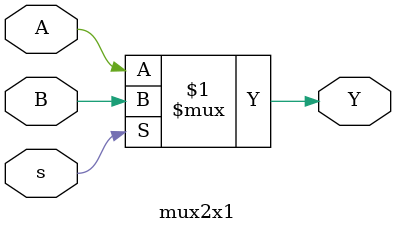
<source format=v>

module mux2x1 (
    input A,
    input B,
    input s,
    output Y
);
assign Y = (s) ? B : A;
endmodule

</source>
